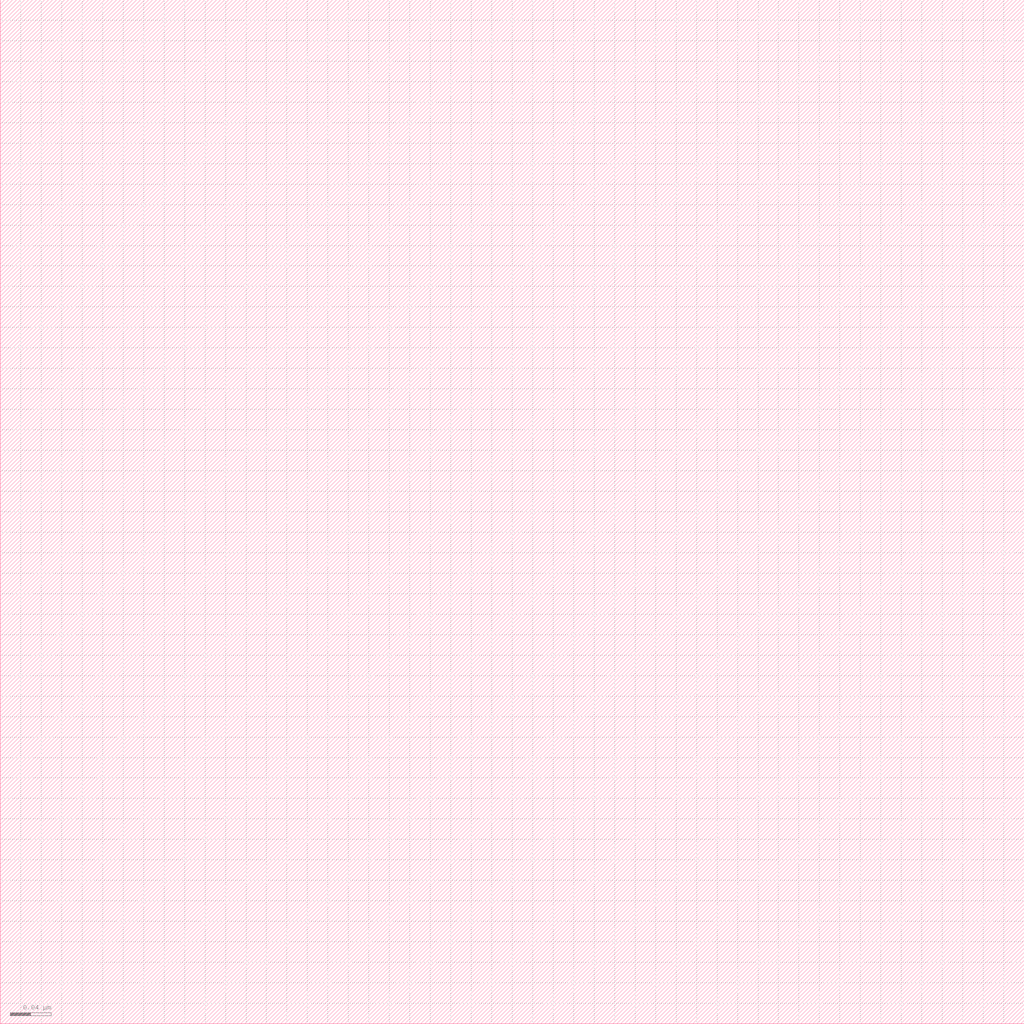
<source format=lef>
VERSION 5.7 ;
  NOWIREEXTENSIONATPIN ON ;
  DIVIDERCHAR "/" ;
  BUSBITCHARS "[]" ;
MACRO GF180_RAM_512x32
  CLASS BLOCK ;
  FOREIGN GF180_RAM_512x32 ;
  ORIGIN 0.000 0.000 ;
  SIZE 1.000 BY 1.000 ;
END GF180_RAM_512x32
END LIBRARY


</source>
